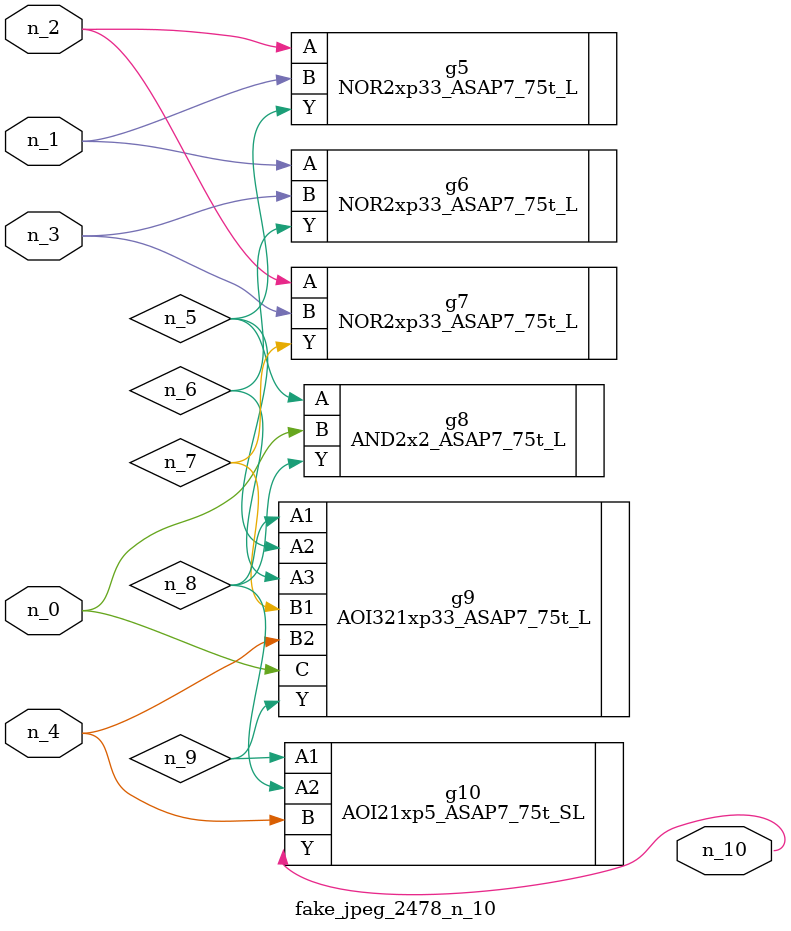
<source format=v>
module fake_jpeg_2478_n_10 (n_3, n_2, n_1, n_0, n_4, n_10);

input n_3;
input n_2;
input n_1;
input n_0;
input n_4;

output n_10;

wire n_8;
wire n_9;
wire n_6;
wire n_5;
wire n_7;

NOR2xp33_ASAP7_75t_L g5 ( 
.A(n_2),
.B(n_1),
.Y(n_5)
);

NOR2xp33_ASAP7_75t_L g6 ( 
.A(n_1),
.B(n_3),
.Y(n_6)
);

NOR2xp33_ASAP7_75t_L g7 ( 
.A(n_2),
.B(n_3),
.Y(n_7)
);

AND2x2_ASAP7_75t_L g8 ( 
.A(n_5),
.B(n_0),
.Y(n_8)
);

AOI321xp33_ASAP7_75t_L g9 ( 
.A1(n_8),
.A2(n_5),
.A3(n_6),
.B1(n_7),
.B2(n_4),
.C(n_0),
.Y(n_9)
);

AOI21xp5_ASAP7_75t_SL g10 ( 
.A1(n_9),
.A2(n_8),
.B(n_4),
.Y(n_10)
);


endmodule
</source>
